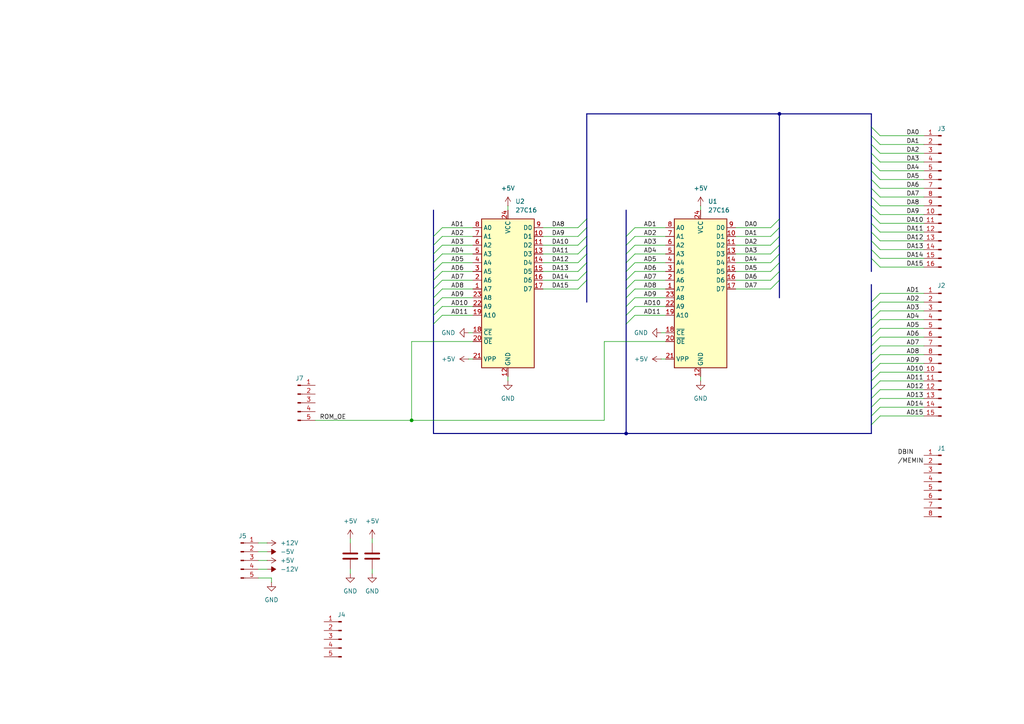
<source format=kicad_sch>
(kicad_sch (version 20250114) (generator "eeschema") (generator_version "9.0")
  (paper "A4")
  (lib_symbols
    (symbol "Connector:Conn_01x05_Pin" (pin_names (offset 1.016) (hide yes))
      (property "Reference" "J" (at 0 7.62 0))
      (property "Value" "Conn_01x05_Pin" (at 0 -7.62 0))
      (symbol "Conn_01x05_Pin_1_1"
        (rectangle (start 0.8636 5.207) (end 0 4.953) (stroke (width 0.1524)) (fill (type outline)))
        (rectangle (start 0.8636 2.667) (end 0 2.413) (stroke (width 0.1524)) (fill (type outline)))
        (rectangle (start 0.8636 0.127) (end 0 -0.127) (stroke (width 0.1524)) (fill (type outline)))
        (rectangle (start 0.8636 -2.413) (end 0 -2.667) (stroke (width 0.1524)) (fill (type outline)))
        (rectangle (start 0.8636 -4.953) (end 0 -5.207) (stroke (width 0.1524)) (fill (type outline)))
        (polyline (pts (xy 1.27 5.08) (xy 0.8636 5.08)) (stroke (width 0.1524)))
        (polyline (pts (xy 1.27 2.54) (xy 0.8636 2.54)) (stroke (width 0.1524)))
        (polyline (pts (xy 1.27 0) (xy 0.8636 0)) (stroke (width 0.1524)))
        (polyline (pts (xy 1.27 -2.54) (xy 0.8636 -2.54)) (stroke (width 0.1524)))
        (polyline (pts (xy 1.27 -5.08) (xy 0.8636 -5.08)) (stroke (width 0.1524)))
        (pin passive line (at 5.08 5.08 180) (length 3.81) (name "Pin_1") (number "1"))
        (pin passive line (at 5.08 2.54 180) (length 3.81) (name "Pin_2") (number "2"))
        (pin passive line (at 5.08 0 180) (length 3.81) (name "Pin_3") (number "3"))
        (pin passive line (at 5.08 -2.54 180) (length 3.81) (name "Pin_4") (number "4"))
        (pin passive line (at 5.08 -5.08 180) (length 3.81) (name "Pin_5") (number "5"))
      )
    )
    (symbol "Connector:Conn_01x08_Pin" (pin_names (offset 1.016) (hide yes))
      (property "Reference" "J" (at 0 10.16 0))
      (property "Value" "Conn_01x08_Pin" (at 0 -12.7 0))
      (symbol "Conn_01x08_Pin_1_1"
        (rectangle (start 0.8636 7.747) (end 0 7.493) (stroke (width 0.1524)) (fill (type outline)))
        (rectangle (start 0.8636 5.207) (end 0 4.953) (stroke (width 0.1524)) (fill (type outline)))
        (rectangle (start 0.8636 2.667) (end 0 2.413) (stroke (width 0.1524)) (fill (type outline)))
        (rectangle (start 0.8636 0.127) (end 0 -0.127) (stroke (width 0.1524)) (fill (type outline)))
        (rectangle (start 0.8636 -2.413) (end 0 -2.667) (stroke (width 0.1524)) (fill (type outline)))
        (rectangle (start 0.8636 -4.953) (end 0 -5.207) (stroke (width 0.1524)) (fill (type outline)))
        (rectangle (start 0.8636 -7.493) (end 0 -7.747) (stroke (width 0.1524)) (fill (type outline)))
        (rectangle (start 0.8636 -10.033) (end 0 -10.287) (stroke (width 0.1524)) (fill (type outline)))
        (polyline (pts (xy 1.27 7.62) (xy 0.8636 7.62)) (stroke (width 0.1524)))
        (polyline (pts (xy 1.27 5.08) (xy 0.8636 5.08)) (stroke (width 0.1524)))
        (polyline (pts (xy 1.27 2.54) (xy 0.8636 2.54)) (stroke (width 0.1524)))
        (polyline (pts (xy 1.27 0) (xy 0.8636 0)) (stroke (width 0.1524)))
        (polyline (pts (xy 1.27 -2.54) (xy 0.8636 -2.54)) (stroke (width 0.1524)))
        (polyline (pts (xy 1.27 -5.08) (xy 0.8636 -5.08)) (stroke (width 0.1524)))
        (polyline (pts (xy 1.27 -7.62) (xy 0.8636 -7.62)) (stroke (width 0.1524)))
        (polyline (pts (xy 1.27 -10.16) (xy 0.8636 -10.16)) (stroke (width 0.1524)))
        (pin passive line (at 5.08 7.62 180) (length 3.81) (name "Pin_1") (number "1"))
        (pin passive line (at 5.08 5.08 180) (length 3.81) (name "Pin_2") (number "2"))
        (pin passive line (at 5.08 2.54 180) (length 3.81) (name "Pin_3") (number "3"))
        (pin passive line (at 5.08 0 180) (length 3.81) (name "Pin_4") (number "4"))
        (pin passive line (at 5.08 -2.54 180) (length 3.81) (name "Pin_5") (number "5"))
        (pin passive line (at 5.08 -5.08 180) (length 3.81) (name "Pin_6") (number "6"))
        (pin passive line (at 5.08 -7.62 180) (length 3.81) (name "Pin_7") (number "7"))
        (pin passive line (at 5.08 -10.16 180) (length 3.81) (name "Pin_8") (number "8"))
      )
    )
    (symbol "Connector:Conn_01x15_Pin" (pin_names (offset 1.016) (hide yes))
      (property "Reference" "J" (at 0 20.32 0))
      (property "Value" "Conn_01x15_Pin" (at 0 -20.32 0))
      (symbol "Conn_01x15_Pin_1_1"
        (rectangle (start 0.8636 17.907) (end 0 17.653) (stroke (width 0.1524)) (fill (type outline)))
        (rectangle (start 0.8636 15.367) (end 0 15.113) (stroke (width 0.1524)) (fill (type outline)))
        (rectangle (start 0.8636 12.827) (end 0 12.573) (stroke (width 0.1524)) (fill (type outline)))
        (rectangle (start 0.8636 10.287) (end 0 10.033) (stroke (width 0.1524)) (fill (type outline)))
        (rectangle (start 0.8636 7.747) (end 0 7.493) (stroke (width 0.1524)) (fill (type outline)))
        (rectangle (start 0.8636 5.207) (end 0 4.953) (stroke (width 0.1524)) (fill (type outline)))
        (rectangle (start 0.8636 2.667) (end 0 2.413) (stroke (width 0.1524)) (fill (type outline)))
        (rectangle (start 0.8636 0.127) (end 0 -0.127) (stroke (width 0.1524)) (fill (type outline)))
        (rectangle (start 0.8636 -2.413) (end 0 -2.667) (stroke (width 0.1524)) (fill (type outline)))
        (rectangle (start 0.8636 -4.953) (end 0 -5.207) (stroke (width 0.1524)) (fill (type outline)))
        (rectangle (start 0.8636 -7.493) (end 0 -7.747) (stroke (width 0.1524)) (fill (type outline)))
        (rectangle (start 0.8636 -10.033) (end 0 -10.287) (stroke (width 0.1524)) (fill (type outline)))
        (rectangle (start 0.8636 -12.573) (end 0 -12.827) (stroke (width 0.1524)) (fill (type outline)))
        (rectangle (start 0.8636 -15.113) (end 0 -15.367) (stroke (width 0.1524)) (fill (type outline)))
        (rectangle (start 0.8636 -17.653) (end 0 -17.907) (stroke (width 0.1524)) (fill (type outline)))
        (polyline (pts (xy 1.27 17.78) (xy 0.8636 17.78)) (stroke (width 0.1524)))
        (polyline (pts (xy 1.27 15.24) (xy 0.8636 15.24)) (stroke (width 0.1524)))
        (polyline (pts (xy 1.27 12.7) (xy 0.8636 12.7)) (stroke (width 0.1524)))
        (polyline (pts (xy 1.27 10.16) (xy 0.8636 10.16)) (stroke (width 0.1524)))
        (polyline (pts (xy 1.27 7.62) (xy 0.8636 7.62)) (stroke (width 0.1524)))
        (polyline (pts (xy 1.27 5.08) (xy 0.8636 5.08)) (stroke (width 0.1524)))
        (polyline (pts (xy 1.27 2.54) (xy 0.8636 2.54)) (stroke (width 0.1524)))
        (polyline (pts (xy 1.27 0) (xy 0.8636 0)) (stroke (width 0.1524)))
        (polyline (pts (xy 1.27 -2.54) (xy 0.8636 -2.54)) (stroke (width 0.1524)))
        (polyline (pts (xy 1.27 -5.08) (xy 0.8636 -5.08)) (stroke (width 0.1524)))
        (polyline (pts (xy 1.27 -7.62) (xy 0.8636 -7.62)) (stroke (width 0.1524)))
        (polyline (pts (xy 1.27 -10.16) (xy 0.8636 -10.16)) (stroke (width 0.1524)))
        (polyline (pts (xy 1.27 -12.7) (xy 0.8636 -12.7)) (stroke (width 0.1524)))
        (polyline (pts (xy 1.27 -15.24) (xy 0.8636 -15.24)) (stroke (width 0.1524)))
        (polyline (pts (xy 1.27 -17.78) (xy 0.8636 -17.78)) (stroke (width 0.1524)))
        (pin passive line (at 5.08 17.78 180) (length 3.81) (name "Pin_1") (number "1"))
        (pin passive line (at 5.08 15.24 180) (length 3.81) (name "Pin_2") (number "2"))
        (pin passive line (at 5.08 12.7 180) (length 3.81) (name "Pin_3") (number "3"))
        (pin passive line (at 5.08 10.16 180) (length 3.81) (name "Pin_4") (number "4"))
        (pin passive line (at 5.08 7.62 180) (length 3.81) (name "Pin_5") (number "5"))
        (pin passive line (at 5.08 5.08 180) (length 3.81) (name "Pin_6") (number "6"))
        (pin passive line (at 5.08 2.54 180) (length 3.81) (name "Pin_7") (number "7"))
        (pin passive line (at 5.08 0 180) (length 3.81) (name "Pin_8") (number "8"))
        (pin passive line (at 5.08 -2.54 180) (length 3.81) (name "Pin_9") (number "9"))
        (pin passive line (at 5.08 -5.08 180) (length 3.81) (name "Pin_10") (number "10"))
        (pin passive line (at 5.08 -7.62 180) (length 3.81) (name "Pin_11") (number "11"))
        (pin passive line (at 5.08 -10.16 180) (length 3.81) (name "Pin_12") (number "12"))
        (pin passive line (at 5.08 -12.7 180) (length 3.81) (name "Pin_13") (number "13"))
        (pin passive line (at 5.08 -15.24 180) (length 3.81) (name "Pin_14") (number "14"))
        (pin passive line (at 5.08 -17.78 180) (length 3.81) (name "Pin_15") (number "15"))
      )
    )
    (symbol "Connector:Conn_01x16_Pin" (pin_names (offset 1.016) (hide yes))
      (property "Reference" "J" (at 0 20.32 0))
      (property "Value" "Conn_01x16_Pin" (at 0 -22.86 0))
      (symbol "Conn_01x16_Pin_1_1"
        (rectangle (start 0.8636 17.907) (end 0 17.653) (stroke (width 0.1524)) (fill (type outline)))
        (rectangle (start 0.8636 15.367) (end 0 15.113) (stroke (width 0.1524)) (fill (type outline)))
        (rectangle (start 0.8636 12.827) (end 0 12.573) (stroke (width 0.1524)) (fill (type outline)))
        (rectangle (start 0.8636 10.287) (end 0 10.033) (stroke (width 0.1524)) (fill (type outline)))
        (rectangle (start 0.8636 7.747) (end 0 7.493) (stroke (width 0.1524)) (fill (type outline)))
        (rectangle (start 0.8636 5.207) (end 0 4.953) (stroke (width 0.1524)) (fill (type outline)))
        (rectangle (start 0.8636 2.667) (end 0 2.413) (stroke (width 0.1524)) (fill (type outline)))
        (rectangle (start 0.8636 0.127) (end 0 -0.127) (stroke (width 0.1524)) (fill (type outline)))
        (rectangle (start 0.8636 -2.413) (end 0 -2.667) (stroke (width 0.1524)) (fill (type outline)))
        (rectangle (start 0.8636 -4.953) (end 0 -5.207) (stroke (width 0.1524)) (fill (type outline)))
        (rectangle (start 0.8636 -7.493) (end 0 -7.747) (stroke (width 0.1524)) (fill (type outline)))
        (rectangle (start 0.8636 -10.033) (end 0 -10.287) (stroke (width 0.1524)) (fill (type outline)))
        (rectangle (start 0.8636 -12.573) (end 0 -12.827) (stroke (width 0.1524)) (fill (type outline)))
        (rectangle (start 0.8636 -15.113) (end 0 -15.367) (stroke (width 0.1524)) (fill (type outline)))
        (rectangle (start 0.8636 -17.653) (end 0 -17.907) (stroke (width 0.1524)) (fill (type outline)))
        (rectangle (start 0.8636 -20.193) (end 0 -20.447) (stroke (width 0.1524)) (fill (type outline)))
        (polyline (pts (xy 1.27 17.78) (xy 0.8636 17.78)) (stroke (width 0.1524)))
        (polyline (pts (xy 1.27 15.24) (xy 0.8636 15.24)) (stroke (width 0.1524)))
        (polyline (pts (xy 1.27 12.7) (xy 0.8636 12.7)) (stroke (width 0.1524)))
        (polyline (pts (xy 1.27 10.16) (xy 0.8636 10.16)) (stroke (width 0.1524)))
        (polyline (pts (xy 1.27 7.62) (xy 0.8636 7.62)) (stroke (width 0.1524)))
        (polyline (pts (xy 1.27 5.08) (xy 0.8636 5.08)) (stroke (width 0.1524)))
        (polyline (pts (xy 1.27 2.54) (xy 0.8636 2.54)) (stroke (width 0.1524)))
        (polyline (pts (xy 1.27 0) (xy 0.8636 0)) (stroke (width 0.1524)))
        (polyline (pts (xy 1.27 -2.54) (xy 0.8636 -2.54)) (stroke (width 0.1524)))
        (polyline (pts (xy 1.27 -5.08) (xy 0.8636 -5.08)) (stroke (width 0.1524)))
        (polyline (pts (xy 1.27 -7.62) (xy 0.8636 -7.62)) (stroke (width 0.1524)))
        (polyline (pts (xy 1.27 -10.16) (xy 0.8636 -10.16)) (stroke (width 0.1524)))
        (polyline (pts (xy 1.27 -12.7) (xy 0.8636 -12.7)) (stroke (width 0.1524)))
        (polyline (pts (xy 1.27 -15.24) (xy 0.8636 -15.24)) (stroke (width 0.1524)))
        (polyline (pts (xy 1.27 -17.78) (xy 0.8636 -17.78)) (stroke (width 0.1524)))
        (polyline (pts (xy 1.27 -20.32) (xy 0.8636 -20.32)) (stroke (width 0.1524)))
        (pin passive line (at 5.08 17.78 180) (length 3.81) (name "Pin_1") (number "1"))
        (pin passive line (at 5.08 15.24 180) (length 3.81) (name "Pin_2") (number "2"))
        (pin passive line (at 5.08 12.7 180) (length 3.81) (name "Pin_3") (number "3"))
        (pin passive line (at 5.08 10.16 180) (length 3.81) (name "Pin_4") (number "4"))
        (pin passive line (at 5.08 7.62 180) (length 3.81) (name "Pin_5") (number "5"))
        (pin passive line (at 5.08 5.08 180) (length 3.81) (name "Pin_6") (number "6"))
        (pin passive line (at 5.08 2.54 180) (length 3.81) (name "Pin_7") (number "7"))
        (pin passive line (at 5.08 0 180) (length 3.81) (name "Pin_8") (number "8"))
        (pin passive line (at 5.08 -2.54 180) (length 3.81) (name "Pin_9") (number "9"))
        (pin passive line (at 5.08 -5.08 180) (length 3.81) (name "Pin_10") (number "10"))
        (pin passive line (at 5.08 -7.62 180) (length 3.81) (name "Pin_11") (number "11"))
        (pin passive line (at 5.08 -10.16 180) (length 3.81) (name "Pin_12") (number "12"))
        (pin passive line (at 5.08 -12.7 180) (length 3.81) (name "Pin_13") (number "13"))
        (pin passive line (at 5.08 -15.24 180) (length 3.81) (name "Pin_14") (number "14"))
        (pin passive line (at 5.08 -17.78 180) (length 3.81) (name "Pin_15") (number "15"))
        (pin passive line (at 5.08 -20.32 180) (length 3.81) (name "Pin_16") (number "16"))
      )
    )
    (symbol "Device:C" (pin_numbers (hide yes)) (pin_names (offset 0.254))
      (property "Reference" "C" (at 0.635 2.54 0))
      (property "Value" "C" (at 0.635 -2.54 0))
      (symbol "C_0_1"
        (polyline (pts (xy -2.032 0.762) (xy 2.032 0.762)) (stroke (width 0.508)))
        (polyline (pts (xy -2.032 -0.762) (xy 2.032 -0.762)) (stroke (width 0.508)))
      )
      (symbol "C_1_1"
        (pin passive line (at 0 3.81 270) (length 2.794) (name "~") (number "1"))
        (pin passive line (at 0 -3.81 90) (length 2.794) (name "~") (number "2"))
      )
    )
    (symbol "User:27C16"
      (property "Reference" "U" (at -7.62 24.13 0))
      (property "Value" "27C16" (at 2.032 -21.59 0))
      (symbol "27C16_1_1"
        (rectangle (start -7.62 22.86) (end 7.62 -20.32) (stroke (width 0.254)) (fill (type background)))
        (pin input line (at -10.16 20.32 0) (length 2.54) (name "A0") (number "8"))
        (pin input line (at -10.16 17.78 0) (length 2.54) (name "A1") (number "7"))
        (pin input line (at -10.16 15.24 0) (length 2.54) (name "A2") (number "6"))
        (pin input line (at -10.16 12.7 0) (length 2.54) (name "A3") (number "5"))
        (pin input line (at -10.16 10.16 0) (length 2.54) (name "A4") (number "4"))
        (pin input line (at -10.16 7.62 0) (length 2.54) (name "A5") (number "3"))
        (pin input line (at -10.16 5.08 0) (length 2.54) (name "A6") (number "2"))
        (pin input line (at -10.16 2.54 0) (length 2.54) (name "A7") (number "1"))
        (pin input line (at -10.16 0 0) (length 2.54) (name "A8") (number "23"))
        (pin input line (at -10.16 -2.54 0) (length 2.54) (name "A9") (number "22"))
        (pin input line (at -10.16 -5.08 0) (length 2.54) (name "A10") (number "19"))
        (pin input line (at -10.16 -10.16 0) (length 2.54) (name "~{CE}") (number "18"))
        (pin input line (at -10.16 -12.7 0) (length 2.54) (name "~{OE}") (number "20"))
        (pin input line (at -10.16 -17.78 0) (length 2.54) (name "VPP") (number "21"))
        (pin power_in line (at 0 25.4 270) (length 2.54) (name "VCC") (number "24"))
        (pin input line (at 0 -22.86 90) (length 2.54) (name "GND") (number "12"))
        (pin output line (at 10.16 20.32 180) (length 2.54) (name "D0") (number "9"))
        (pin output line (at 10.16 17.78 180) (length 2.54) (name "D1") (number "10"))
        (pin output line (at 10.16 15.24 180) (length 2.54) (name "D2") (number "11"))
        (pin output line (at 10.16 12.7 180) (length 2.54) (name "D3") (number "13"))
        (pin output line (at 10.16 10.16 180) (length 2.54) (name "D4") (number "14"))
        (pin output line (at 10.16 7.62 180) (length 2.54) (name "D5") (number "15"))
        (pin output line (at 10.16 5.08 180) (length 2.54) (name "D6") (number "16"))
        (pin output line (at 10.16 2.54 180) (length 2.54) (name "D7") (number "17"))
      )
    )
    (symbol "power:+12V" (power) (pin_numbers (hide yes)) (pin_names (offset 0) (hide yes))
      (property "Value" "+12V" (at 0 3.556 0))
      (symbol "+12V_0_1"
        (polyline (pts (xy -0.762 1.27) (xy 0 2.54)))
        (polyline (pts (xy 0 2.54) (xy 0.762 1.27)))
        (polyline (pts (xy 0 0) (xy 0 2.54)))
      )
      (symbol "+12V_1_1"
        (pin power_in line (at 0 0 90) (length 0) (name "~") (number "1"))
      )
    )
    (symbol "power:+5V" (power) (pin_numbers (hide yes)) (pin_names (offset 0) (hide yes))
      (property "Value" "+5V" (at 0 3.556 0))
      (symbol "+5V_0_1"
        (polyline (pts (xy -0.762 1.27) (xy 0 2.54)))
        (polyline (pts (xy 0 2.54) (xy 0.762 1.27)))
        (polyline (pts (xy 0 0) (xy 0 2.54)))
      )
      (symbol "+5V_1_1"
        (pin power_in line (at 0 0 90) (length 0) (name "~") (number "1"))
      )
    )
    (symbol "power:-12V" (power) (pin_numbers (hide yes)) (pin_names (offset 0) (hide yes))
      (property "Value" "-12V" (at 0 3.556 0))
      (symbol "-12V_0_0"
        (pin power_in line (at 0 0 90) (length 0) (name "~") (number "1"))
      )
      (symbol "-12V_0_1"
        (polyline (pts (xy 0 0) (xy 0 1.27) (xy 0.762 1.27) (xy 0 2.54) (xy -0.762 1.27) (xy 0 1.27)) (fill (type outline)))
      )
    )
    (symbol "power:-5V" (power) (pin_numbers (hide yes)) (pin_names (offset 0) (hide yes))
      (property "Value" "-5V" (at 0 3.556 0))
      (symbol "-5V_0_0"
        (pin power_in line (at 0 0 90) (length 0) (name "~") (number "1"))
      )
      (symbol "-5V_0_1"
        (polyline (pts (xy 0 0) (xy 0 1.27) (xy 0.762 1.27) (xy 0 2.54) (xy -0.762 1.27) (xy 0 1.27)) (fill (type outline)))
      )
    )
    (symbol "power:GND" (power) (pin_numbers (hide yes)) (pin_names (offset 0) (hide yes))
      (property "Value" "GND" (at 0 -3.81 0))
      (symbol "GND_0_1"
        (polyline (pts (xy 0 0) (xy 0 -1.27) (xy 1.27 -1.27) (xy 0 -2.54) (xy -1.27 -1.27) (xy 0 -1.27)))
      )
      (symbol "GND_1_1"
        (pin power_in line (at 0 0 270) (length 0) (name "~") (number "1"))
      )
    )
  )
  (junction (at 226.06 33.02))
  (junction (at 119.38 121.92))
  (junction (at 181.61 125.73))
  (bus_entry (at 252.73 59.69) (size 2.54 2.54))
  (bus_entry (at 184.15 73.66) (size -2.54 2.54))
  (bus_entry (at 223.52 73.66) (size 2.54 -2.54))
  (bus_entry (at 128.27 78.74) (size -2.54 2.54))
  (bus_entry (at 167.64 66.04) (size 2.54 -2.54))
  (bus_entry (at 184.15 76.2) (size -2.54 2.54))
  (bus_entry (at 252.73 123.19) (size 2.54 -2.54))
  (bus_entry (at 184.15 86.36) (size -2.54 2.54))
  (bus_entry (at 128.27 68.58) (size -2.54 2.54))
  (bus_entry (at 252.73 52.07) (size 2.54 2.54))
  (bus_entry (at 223.52 71.12) (size 2.54 -2.54))
  (bus_entry (at 252.73 36.83) (size 2.54 2.54))
  (bus_entry (at 184.15 66.04) (size -2.54 2.54))
  (bus_entry (at 128.27 76.2) (size -2.54 2.54))
  (bus_entry (at 128.27 88.9) (size -2.54 2.54))
  (bus_entry (at 252.73 118.11) (size 2.54 -2.54))
  (bus_entry (at 252.73 39.37) (size 2.54 2.54))
  (bus_entry (at 252.73 69.85) (size 2.54 2.54))
  (bus_entry (at 167.64 73.66) (size 2.54 -2.54))
  (bus_entry (at 252.73 113.03) (size 2.54 -2.54))
  (bus_entry (at 252.73 105.41) (size 2.54 -2.54))
  (bus_entry (at 184.15 88.9) (size -2.54 2.54))
  (bus_entry (at 252.73 107.95) (size 2.54 -2.54))
  (bus_entry (at 184.15 91.44) (size -2.54 2.54))
  (bus_entry (at 252.73 115.57) (size 2.54 -2.54))
  (bus_entry (at 184.15 81.28) (size -2.54 2.54))
  (bus_entry (at 167.64 78.74) (size 2.54 -2.54))
  (bus_entry (at 252.73 120.65) (size 2.54 -2.54))
  (bus_entry (at 223.52 78.74) (size 2.54 -2.54))
  (bus_entry (at 252.73 57.15) (size 2.54 2.54))
  (bus_entry (at 167.64 68.58) (size 2.54 -2.54))
  (bus_entry (at 223.52 66.04) (size 2.54 -2.54))
  (bus_entry (at 252.73 97.79) (size 2.54 -2.54))
  (bus_entry (at 128.27 73.66) (size -2.54 2.54))
  (bus_entry (at 252.73 72.39) (size 2.54 2.54))
  (bus_entry (at 252.73 67.31) (size 2.54 2.54))
  (bus_entry (at 252.73 62.23) (size 2.54 2.54))
  (bus_entry (at 252.73 100.33) (size 2.54 -2.54))
  (bus_entry (at 252.73 87.63) (size 2.54 -2.54))
  (bus_entry (at 128.27 71.12) (size -2.54 2.54))
  (bus_entry (at 252.73 44.45) (size 2.54 2.54))
  (bus_entry (at 252.73 110.49) (size 2.54 -2.54))
  (bus_entry (at 184.15 68.58) (size -2.54 2.54))
  (bus_entry (at 252.73 95.25) (size 2.54 -2.54))
  (bus_entry (at 252.73 92.71) (size 2.54 -2.54))
  (bus_entry (at 252.73 49.53) (size 2.54 2.54))
  (bus_entry (at 167.64 81.28) (size 2.54 -2.54))
  (bus_entry (at 167.64 76.2) (size 2.54 -2.54))
  (bus_entry (at 128.27 86.36) (size -2.54 2.54))
  (bus_entry (at 128.27 66.04) (size -2.54 2.54))
  (bus_entry (at 184.15 78.74) (size -2.54 2.54))
  (bus_entry (at 223.52 76.2) (size 2.54 -2.54))
  (bus_entry (at 252.73 46.99) (size 2.54 2.54))
  (bus_entry (at 128.27 83.82) (size -2.54 2.54))
  (bus_entry (at 184.15 83.82) (size -2.54 2.54))
  (bus_entry (at 223.52 81.28) (size 2.54 -2.54))
  (bus_entry (at 252.73 74.93) (size 2.54 2.54))
  (bus_entry (at 252.73 54.61) (size 2.54 2.54))
  (bus_entry (at 128.27 81.28) (size -2.54 2.54))
  (bus_entry (at 252.73 64.77) (size 2.54 2.54))
  (bus_entry (at 252.73 102.87) (size 2.54 -2.54))
  (bus_entry (at 223.52 68.58) (size 2.54 -2.54))
  (bus_entry (at 167.64 71.12) (size 2.54 -2.54))
  (bus_entry (at 128.27 91.44) (size -2.54 2.54))
  (bus_entry (at 184.15 71.12) (size -2.54 2.54))
  (bus_entry (at 252.73 90.17) (size 2.54 -2.54))
  (bus_entry (at 223.52 83.82) (size 2.54 -2.54))
  (bus_entry (at 167.64 83.82) (size 2.54 -2.54))
  (bus_entry (at 252.73 41.91) (size 2.54 2.54))
  (wire (pts (xy 184.15 66.04) (xy 193.04 66.04)))
  (wire (pts (xy 184.15 83.82) (xy 193.04 83.82)))
  (bus (pts (xy 181.61 76.2) (xy 181.61 78.74)))
  (bus (pts (xy 181.61 68.58) (xy 181.61 71.12)))
  (wire (pts (xy 255.27 74.93) (xy 267.97 74.93)))
  (bus (pts (xy 170.18 73.66) (xy 170.18 76.2)))
  (bus (pts (xy 252.73 39.37) (xy 252.73 36.83)))
  (bus (pts (xy 252.73 74.93) (xy 252.73 72.39)))
  (bus (pts (xy 252.73 102.87) (xy 252.73 105.41)))
  (bus (pts (xy 125.73 71.12) (xy 125.73 73.66)))
  (bus (pts (xy 226.06 81.28) (xy 226.06 86.36)))
  (wire (pts (xy 184.15 71.12) (xy 193.04 71.12)))
  (wire (pts (xy 157.48 78.74) (xy 167.64 78.74)))
  (wire (pts (xy 184.15 68.58) (xy 193.04 68.58)))
  (wire (pts (xy 157.48 73.66) (xy 167.64 73.66)))
  (wire (pts (xy 184.15 78.74) (xy 193.04 78.74)))
  (wire (pts (xy 184.15 91.44) (xy 193.04 91.44)))
  (bus (pts (xy 170.18 63.5) (xy 170.18 66.04)))
  (bus (pts (xy 226.06 63.5) (xy 226.06 66.04)))
  (bus (pts (xy 125.73 125.73) (xy 181.61 125.73)))
  (wire (pts (xy 137.16 99.06) (xy 119.38 99.06)))
  (wire (pts (xy 74.93 162.56) (xy 77.47 162.56)))
  (bus (pts (xy 226.06 73.66) (xy 226.06 76.2)))
  (bus (pts (xy 181.61 73.66) (xy 181.61 76.2)))
  (bus (pts (xy 252.73 95.25) (xy 252.73 97.79)))
  (wire (pts (xy 255.27 59.69) (xy 267.97 59.69)))
  (wire (pts (xy 101.6 165.1) (xy 101.6 166.37)))
  (wire (pts (xy 128.27 86.36) (xy 137.16 86.36)))
  (wire (pts (xy 119.38 99.06) (xy 119.38 121.92)))
  (bus (pts (xy 181.61 88.9) (xy 181.61 91.44)))
  (bus (pts (xy 125.73 88.9) (xy 125.73 91.44)))
  (bus (pts (xy 252.73 57.15) (xy 252.73 54.61)))
  (wire (pts (xy 255.27 46.99) (xy 267.97 46.99)))
  (bus (pts (xy 252.73 72.39) (xy 252.73 69.85)))
  (bus (pts (xy 226.06 33.02) (xy 252.73 33.02)))
  (wire (pts (xy 91.44 121.92) (xy 119.38 121.92)))
  (bus (pts (xy 252.73 44.45) (xy 252.73 41.91)))
  (bus (pts (xy 181.61 60.96) (xy 181.61 68.58)))
  (bus (pts (xy 252.73 110.49) (xy 252.73 113.03)))
  (bus (pts (xy 226.06 71.12) (xy 226.06 73.66)))
  (wire (pts (xy 203.2 59.69) (xy 203.2 60.96)))
  (bus (pts (xy 252.73 54.61) (xy 252.73 52.07)))
  (wire (pts (xy 255.27 77.47) (xy 267.97 77.47)))
  (wire (pts (xy 74.93 157.48) (xy 77.47 157.48)))
  (wire (pts (xy 128.27 73.66) (xy 137.16 73.66)))
  (wire (pts (xy 255.27 41.91) (xy 267.97 41.91)))
  (bus (pts (xy 252.73 115.57) (xy 252.73 118.11)))
  (wire (pts (xy 213.36 66.04) (xy 223.52 66.04)))
  (wire (pts (xy 255.27 115.57) (xy 267.97 115.57)))
  (wire (pts (xy 184.15 86.36) (xy 193.04 86.36)))
  (bus (pts (xy 181.61 86.36) (xy 181.61 88.9)))
  (wire (pts (xy 184.15 73.66) (xy 193.04 73.66)))
  (bus (pts (xy 252.73 100.33) (xy 252.73 102.87)))
  (wire (pts (xy 74.93 160.02) (xy 77.47 160.02)))
  (wire (pts (xy 255.27 49.53) (xy 267.97 49.53)))
  (wire (pts (xy 213.36 68.58) (xy 223.52 68.58)))
  (wire (pts (xy 74.93 165.1) (xy 77.47 165.1)))
  (bus (pts (xy 181.61 81.28) (xy 181.61 83.82)))
  (bus (pts (xy 252.73 90.17) (xy 252.73 92.71)))
  (bus (pts (xy 125.73 73.66) (xy 125.73 76.2)))
  (bus (pts (xy 181.61 83.82) (xy 181.61 86.36)))
  (bus (pts (xy 181.61 71.12) (xy 181.61 73.66)))
  (bus (pts (xy 252.73 123.19) (xy 252.73 125.73)))
  (wire (pts (xy 213.36 83.82) (xy 223.52 83.82)))
  (bus (pts (xy 125.73 60.96) (xy 125.73 68.58)))
  (wire (pts (xy 213.36 78.74) (xy 223.52 78.74)))
  (bus (pts (xy 170.18 76.2) (xy 170.18 78.74)))
  (wire (pts (xy 147.32 59.69) (xy 147.32 60.96)))
  (wire (pts (xy 255.27 72.39) (xy 267.97 72.39)))
  (wire (pts (xy 255.27 39.37) (xy 267.97 39.37)))
  (bus (pts (xy 226.06 76.2) (xy 226.06 78.74)))
  (bus (pts (xy 252.73 64.77) (xy 252.73 62.23)))
  (wire (pts (xy 255.27 102.87) (xy 267.97 102.87)))
  (wire (pts (xy 157.48 76.2) (xy 167.64 76.2)))
  (wire (pts (xy 203.2 109.22) (xy 203.2 110.49)))
  (bus (pts (xy 125.73 68.58) (xy 125.73 71.12)))
  (bus (pts (xy 252.73 78.74) (xy 252.73 74.93)))
  (wire (pts (xy 255.27 69.85) (xy 267.97 69.85)))
  (bus (pts (xy 226.06 33.02) (xy 226.06 63.5)))
  (bus (pts (xy 181.61 93.98) (xy 181.61 125.73)))
  (wire (pts (xy 255.27 62.23) (xy 267.97 62.23)))
  (wire (pts (xy 184.15 76.2) (xy 193.04 76.2)))
  (bus (pts (xy 252.73 67.31) (xy 252.73 64.77)))
  (wire (pts (xy 157.48 81.28) (xy 167.64 81.28)))
  (wire (pts (xy 255.27 85.09) (xy 267.97 85.09)))
  (wire (pts (xy 107.95 165.1) (xy 107.95 166.37)))
  (wire (pts (xy 101.6 156.21) (xy 101.6 157.48)))
  (wire (pts (xy 128.27 66.04) (xy 137.16 66.04)))
  (bus (pts (xy 252.73 97.79) (xy 252.73 100.33)))
  (bus (pts (xy 226.06 66.04) (xy 226.06 68.58)))
  (bus (pts (xy 252.73 82.55) (xy 252.73 87.63)))
  (wire (pts (xy 107.95 156.21) (xy 107.95 157.48)))
  (bus (pts (xy 252.73 107.95) (xy 252.73 110.49)))
  (wire (pts (xy 255.27 44.45) (xy 267.97 44.45)))
  (wire (pts (xy 128.27 78.74) (xy 137.16 78.74)))
  (bus (pts (xy 125.73 81.28) (xy 125.73 83.82)))
  (wire (pts (xy 255.27 64.77) (xy 267.97 64.77)))
  (wire (pts (xy 128.27 68.58) (xy 137.16 68.58)))
  (bus (pts (xy 252.73 69.85) (xy 252.73 67.31)))
  (wire (pts (xy 157.48 66.04) (xy 167.64 66.04)))
  (bus (pts (xy 125.73 83.82) (xy 125.73 86.36)))
  (bus (pts (xy 170.18 33.02) (xy 170.18 63.5)))
  (bus (pts (xy 170.18 81.28) (xy 170.18 87.63)))
  (wire (pts (xy 128.27 91.44) (xy 137.16 91.44)))
  (bus (pts (xy 125.73 91.44) (xy 125.73 93.98)))
  (wire (pts (xy 255.27 95.25) (xy 267.97 95.25)))
  (wire (pts (xy 255.27 97.79) (xy 267.97 97.79)))
  (wire (pts (xy 255.27 113.03) (xy 267.97 113.03)))
  (bus (pts (xy 252.73 118.11) (xy 252.73 120.65)))
  (wire (pts (xy 135.89 96.52) (xy 137.16 96.52)))
  (bus (pts (xy 170.18 33.02) (xy 226.06 33.02)))
  (bus (pts (xy 226.06 78.74) (xy 226.06 81.28)))
  (wire (pts (xy 255.27 107.95) (xy 267.97 107.95)))
  (bus (pts (xy 125.73 93.98) (xy 125.73 125.73)))
  (bus (pts (xy 252.73 36.83) (xy 252.73 33.02)))
  (wire (pts (xy 213.36 76.2) (xy 223.52 76.2)))
  (wire (pts (xy 78.74 168.91) (xy 78.74 167.64)))
  (wire (pts (xy 135.89 104.14) (xy 137.16 104.14)))
  (bus (pts (xy 252.73 59.69) (xy 252.73 57.15)))
  (bus (pts (xy 226.06 68.58) (xy 226.06 71.12)))
  (wire (pts (xy 213.36 71.12) (xy 223.52 71.12)))
  (bus (pts (xy 252.73 87.63) (xy 252.73 90.17)))
  (wire (pts (xy 119.38 121.92) (xy 175.26 121.92)))
  (wire (pts (xy 128.27 81.28) (xy 137.16 81.28)))
  (wire (pts (xy 184.15 81.28) (xy 193.04 81.28)))
  (wire (pts (xy 128.27 88.9) (xy 137.16 88.9)))
  (bus (pts (xy 170.18 66.04) (xy 170.18 68.58)))
  (bus (pts (xy 125.73 78.74) (xy 125.73 81.28)))
  (bus (pts (xy 252.73 105.41) (xy 252.73 107.95)))
  (bus (pts (xy 252.73 49.53) (xy 252.73 46.99)))
  (wire (pts (xy 213.36 81.28) (xy 223.52 81.28)))
  (bus (pts (xy 170.18 78.74) (xy 170.18 81.28)))
  (wire (pts (xy 255.27 120.65) (xy 267.97 120.65)))
  (wire (pts (xy 157.48 83.82) (xy 167.64 83.82)))
  (wire (pts (xy 255.27 100.33) (xy 267.97 100.33)))
  (wire (pts (xy 255.27 118.11) (xy 267.97 118.11)))
  (wire (pts (xy 255.27 110.49) (xy 267.97 110.49)))
  (bus (pts (xy 181.61 78.74) (xy 181.61 81.28)))
  (wire (pts (xy 191.77 96.52) (xy 193.04 96.52)))
  (bus (pts (xy 125.73 86.36) (xy 125.73 88.9)))
  (bus (pts (xy 252.73 113.03) (xy 252.73 115.57)))
  (bus (pts (xy 252.73 41.91) (xy 252.73 39.37)))
  (bus (pts (xy 181.61 125.73) (xy 252.73 125.73)))
  (wire (pts (xy 128.27 71.12) (xy 137.16 71.12)))
  (wire (pts (xy 157.48 71.12) (xy 167.64 71.12)))
  (wire (pts (xy 78.74 167.64) (xy 74.93 167.64)))
  (wire (pts (xy 147.32 109.22) (xy 147.32 110.49)))
  (wire (pts (xy 191.77 104.14) (xy 193.04 104.14)))
  (wire (pts (xy 175.26 121.92) (xy 175.26 99.06)))
  (wire (pts (xy 213.36 73.66) (xy 223.52 73.66)))
  (bus (pts (xy 252.73 92.71) (xy 252.73 95.25)))
  (wire (pts (xy 128.27 83.82) (xy 137.16 83.82)))
  (bus (pts (xy 252.73 62.23) (xy 252.73 59.69)))
  (wire (pts (xy 255.27 90.17) (xy 267.97 90.17)))
  (wire (pts (xy 255.27 67.31) (xy 267.97 67.31)))
  (wire (pts (xy 255.27 52.07) (xy 267.97 52.07)))
  (wire (pts (xy 157.48 68.58) (xy 167.64 68.58)))
  (wire (pts (xy 255.27 54.61) (xy 267.97 54.61)))
  (wire (pts (xy 255.27 87.63) (xy 267.97 87.63)))
  (wire (pts (xy 255.27 57.15) (xy 267.97 57.15)))
  (bus (pts (xy 252.73 120.65) (xy 252.73 123.19)))
  (bus (pts (xy 181.61 91.44) (xy 181.61 93.98)))
  (bus (pts (xy 252.73 52.07) (xy 252.73 49.53)))
  (bus (pts (xy 252.73 46.99) (xy 252.73 44.45)))
  (wire (pts (xy 255.27 105.41) (xy 267.97 105.41)))
  (wire (pts (xy 255.27 92.71) (xy 267.97 92.71)))
  (wire (pts (xy 184.15 88.9) (xy 193.04 88.9)))
  (wire (pts (xy 175.26 99.06) (xy 193.04 99.06)))
  (bus (pts (xy 170.18 68.58) (xy 170.18 71.12)))
  (bus (pts (xy 125.73 76.2) (xy 125.73 78.74)))
  (bus (pts (xy 170.18 71.12) (xy 170.18 73.66)))
  (wire (pts (xy 128.27 76.2) (xy 137.16 76.2)))
  (label "AD7" (at 186.69 81.28 0))
  (label "AD7" (at 130.81 81.28 0))
  (label "AD13" (at 262.89 115.57 0))
  (label "AD10" (at 262.89 107.95 0))
  (label "DA14" (at 262.89 74.93 0))
  (label "AD4" (at 262.89 92.71 0))
  (label "DA10" (at 262.89 64.77 0))
  (label "AD6" (at 186.69 78.74 0))
  (label "AD2" (at 186.69 68.58 0))
  (label "DA12" (at 262.89 69.85 0))
  (label "DA5" (at 215.9 78.74 0))
  (label "AD1" (at 130.81 66.04 0))
  (label "AD8" (at 130.81 83.82 0))
  (label "AD3" (at 130.81 71.12 0))
  (label "AD6" (at 262.89 97.79 0))
  (label "AD5" (at 130.81 76.2 0))
  (label "AD9" (at 130.81 86.36 0))
  (label "DA7" (at 262.89 57.15 0))
  (label "AD11" (at 130.81 91.44 0))
  (label "AD4" (at 186.69 73.66 0))
  (label "AD2" (at 130.81 68.58 0))
  (label "AD1" (at 186.69 66.04 0))
  (label "DA3" (at 215.9 73.66 0))
  (label "DA0" (at 215.9 66.04 0))
  (label "DA1" (at 215.9 68.58 0))
  (label "AD9" (at 186.69 86.36 0))
  (label "DA15" (at 262.89 77.47 0))
  (label "DA4" (at 262.89 49.53 0))
  (label "DA2" (at 262.89 44.45 0))
  (label "DA4" (at 215.9 76.2 0))
  (label "AD3" (at 262.89 90.17 0))
  (label "AD11" (at 262.89 110.49 0))
  (label "{slash}MEMIN" (at 260.35 134.62 0))
  (label "DA11" (at 160.02 73.66 0))
  (label "DA8" (at 160.02 66.04 0))
  (label "AD14" (at 262.89 118.11 0))
  (label "AD6" (at 130.81 78.74 0))
  (label "AD12" (at 262.89 113.03 0))
  (label "DA0" (at 262.89 39.37 0))
  (label "AD1" (at 262.89 85.09 0))
  (label "AD8" (at 262.89 102.87 0))
  (label "DA15" (at 160.02 83.82 0))
  (label "DA5" (at 262.89 52.07 0))
  (label "AD10" (at 130.81 88.9 0))
  (label "DA11" (at 262.89 67.31 0))
  (label "DA13" (at 160.02 78.74 0))
  (label "AD5" (at 186.69 76.2 0))
  (label "DA9" (at 160.02 68.58 0))
  (label "AD15" (at 262.89 120.65 0))
  (label "DA14" (at 160.02 81.28 0))
  (label "DA7" (at 215.9 83.82 0))
  (label "AD9" (at 262.89 105.41 0))
  (label "DA13" (at 262.89 72.39 0))
  (label "ROM_OE" (at 92.71 121.92 0))
  (label "DA6" (at 215.9 81.28 0))
  (label "DA1" (at 262.89 41.91 0))
  (label "AD3" (at 186.69 71.12 0))
  (label "AD10" (at 186.69 88.9 0))
  (label "DA12" (at 160.02 76.2 0))
  (label "DA8" (at 262.89 59.69 0))
  (label "DA3" (at 262.89 46.99 0))
  (label "DA6" (at 262.89 54.61 0))
  (label "AD8" (at 186.69 83.82 0))
  (label "AD5" (at 262.89 95.25 0))
  (label "DA10" (at 160.02 71.12 0))
  (label "AD11" (at 186.69 91.44 0))
  (label "AD2" (at 262.89 87.63 0))
  (label "DA2" (at 215.9 71.12 0))
  (label "AD7" (at 262.89 100.33 0))
  (label "DBIN" (at 260.35 132.08 0))
  (label "AD4" (at 130.81 73.66 0))
  (label "DA9" (at 262.89 62.23 0))
  (symbol (lib_id "Connector:Conn_01x15_Pin") (at 273.05 102.87 0) (mirror y) (unit 1)
    (property "Reference" "J2" (at 273.05 82.804 0))
    (property "Value" "Conn_01x15_Pin" (effects (hide yes)))
    (property "Footprint" "Connector_PinHeader_2.54mm:PinHeader_1x15_P2.54mm_Vertical" (effects (hide yes)))
    (property "Description" "Generic connector, single row, 01x15, script generated" (effects (hide yes)))
  )
  (symbol (lib_id "power:GND") (at 135.89 96.52 270) (unit 1)
    (property "Reference" "#PWR018" (effects (hide yes)))
    (property "Value" "GND" (at 132.08 96.5199 90) (effects (justify right)))
    (property "Description" "Power symbol creates a global label with name \"GND\" , ground" (effects (hide yes)))
  )
  (symbol (lib_id "power:+5V") (at 147.32 59.69 0) (unit 1)
    (property "Reference" "#PWR029" (effects (hide yes)))
    (property "Value" "+5V" (at 147.32 54.61 0))
    (property "Description" "Power symbol creates a global label with name \"+5V\"" (effects (hide yes)))
  )
  (symbol (lib_id "Connector:Conn_01x05_Pin") (at 99.06 185.42 0) (mirror y) (unit 1)
    (property "Reference" "J4" (at 99.06 178.308 0))
    (property "Value" "Conn_01x05_Pin" (effects (hide yes)))
    (property "Footprint" "Connector_PinHeader_2.54mm:PinHeader_1x05_P2.54mm_Vertical" (effects (hide yes)))
    (property "Description" "Generic connector, single row, 01x05, script generated" (effects (hide yes)))
  )
  (symbol (lib_id "power:+12V") (at 77.47 157.48 270) (unit 1)
    (property "Reference" "#PWR08" (effects (hide yes)))
    (property "Value" "+12V" (at 81.28 157.4799 90) (effects (justify left)))
    (property "Description" "Power symbol creates a global label with name \"+12V\"" (effects (hide yes)))
  )
  (symbol (lib_id "Connector:Conn_01x16_Pin") (at 273.05 57.15 0) (mirror y) (unit 1)
    (property "Reference" "J3" (at 273.05 37.338 0))
    (property "Value" "Conn_01x16_Pin" (effects (hide yes)))
    (property "Footprint" "Connector_PinHeader_2.54mm:PinHeader_1x16_P2.54mm_Vertical" (effects (hide yes)))
    (property "Description" "Generic connector, single row, 01x16, script generated" (effects (hide yes)))
  )
  (symbol (lib_id "power:GND") (at 78.74 168.91 0) (unit 1)
    (property "Reference" "#PWR010" (effects (hide yes)))
    (property "Value" "GND" (at 78.74 173.99 0))
    (property "Description" "Power symbol creates a global label with name \"GND\" , ground" (effects (hide yes)))
  )
  (symbol (lib_id "power:-5V") (at 77.47 160.02 270) (unit 1)
    (property "Reference" "#PWR06" (effects (hide yes)))
    (property "Value" "-5V" (at 81.28 160.0199 90) (effects (justify left)))
    (property "Description" "Power symbol creates a global label with name \"-5V\"" (effects (hide yes)))
  )
  (symbol (lib_id "power:+5V") (at 135.89 104.14 90) (unit 1)
    (property "Reference" "#PWR019" (effects (hide yes)))
    (property "Value" "+5V" (at 132.08 104.1399 90) (effects (justify left)))
    (property "Description" "Power symbol creates a global label with name \"+5V\"" (effects (hide yes)))
  )
  (symbol (lib_id "Connector:Conn_01x05_Pin") (at 69.85 162.56 0) (unit 1)
    (property "Reference" "J5" (at 70.358 155.448 0))
    (property "Value" "Conn_01x05_Pin" (effects (hide yes)))
    (property "Footprint" "Connector_PinHeader_2.54mm:PinHeader_1x05_P2.54mm_Vertical" (effects (hide yes)))
    (property "Description" "Generic connector, single row, 01x05, script generated" (effects (hide yes)))
  )
  (symbol (lib_id "Connector:Conn_01x08_Pin") (at 273.05 139.7 0) (mirror y) (unit 1)
    (property "Reference" "J1" (at 273.05 130.048 0))
    (property "Value" "Conn_01x08_Pin" (effects (hide yes)))
    (property "Footprint" "Connector_PinHeader_2.54mm:PinHeader_1x08_P2.54mm_Vertical" (effects (hide yes)))
    (property "Description" "Generic connector, single row, 01x08, script generated" (effects (hide yes)))
  )
  (symbol (lib_id "power:GND") (at 203.2 110.49 0) (unit 1)
    (property "Reference" "#PWR016" (effects (hide yes)))
    (property "Value" "GND" (at 203.2 115.57 0))
    (property "Description" "Power symbol creates a global label with name \"GND\" , ground" (effects (hide yes)))
  )
  (symbol (lib_id "power:+5V") (at 101.6 156.21 0) (unit 1)
    (property "Reference" "#PWR025" (effects (hide yes)))
    (property "Value" "+5V" (at 101.6 151.13 0))
    (property "Description" "Power symbol creates a global label with name \"+5V\"" (effects (hide yes)))
  )
  (symbol (lib_id "power:GND") (at 147.32 110.49 0) (unit 1)
    (property "Reference" "#PWR015" (effects (hide yes)))
    (property "Value" "GND" (at 147.32 115.57 0))
    (property "Description" "Power symbol creates a global label with name \"GND\" , ground" (effects (hide yes)))
  )
  (symbol (lib_id "Device:C") (at 101.6 161.29 0) (unit 1)
    (property "Reference" "C1" (effects (hide yes)))
    (property "Value" "C" (effects (hide yes)))
    (property "Footprint" "Capacitor_THT:C_Disc_D3.0mm_W1.6mm_P2.50mm" (effects (hide yes)))
    (property "Description" "Unpolarized capacitor" (effects (hide yes)))
  )
  (symbol (lib_id "power:+5V") (at 191.77 104.14 90) (unit 1)
    (property "Reference" "#PWR020" (effects (hide yes)))
    (property "Value" "+5V" (at 187.96 104.1399 90) (effects (justify left)))
    (property "Description" "Power symbol creates a global label with name \"+5V\"" (effects (hide yes)))
  )
  (symbol (lib_id "Device:C") (at 107.95 161.29 0) (unit 1)
    (property "Reference" "C2" (effects (hide yes)))
    (property "Value" "C" (effects (hide yes)))
    (property "Footprint" "Capacitor_THT:C_Disc_D3.0mm_W1.6mm_P2.50mm" (effects (hide yes)))
    (property "Description" "Unpolarized capacitor" (effects (hide yes)))
  )
  (symbol (lib_id "power:+5V") (at 77.47 162.56 270) (unit 1)
    (property "Reference" "#PWR09" (effects (hide yes)))
    (property "Value" "+5V" (at 81.28 162.5599 90) (effects (justify left)))
    (property "Description" "Power symbol creates a global label with name \"+5V\"" (effects (hide yes)))
  )
  (symbol (lib_id "User:27C16") (at 147.32 86.36 0) (unit 1)
    (property "Reference" "U2" (at 149.4633 58.42 0) (effects (justify left)))
    (property "Value" "27C16" (at 149.4633 60.96 0) (effects (justify left)))
    (property "Footprint" "Package_DIP:DIP-24_W15.24mm" (effects (hide yes)))
  )
  (symbol (lib_id "power:+5V") (at 203.2 59.69 0) (unit 1)
    (property "Reference" "#PWR030" (effects (hide yes)))
    (property "Value" "+5V" (at 203.2 54.61 0))
    (property "Description" "Power symbol creates a global label with name \"+5V\"" (effects (hide yes)))
  )
  (symbol (lib_id "power:GND") (at 191.77 96.52 270) (unit 1)
    (property "Reference" "#PWR017" (effects (hide yes)))
    (property "Value" "GND" (at 187.96 96.5199 90) (effects (justify right)))
    (property "Description" "Power symbol creates a global label with name \"GND\" , ground" (effects (hide yes)))
  )
  (symbol (lib_id "power:-12V") (at 77.47 165.1 270) (unit 1)
    (property "Reference" "#PWR07" (effects (hide yes)))
    (property "Value" "-12V" (at 81.28 165.0999 90) (effects (justify left)))
    (property "Description" "Power symbol creates a global label with name \"-12V\"" (effects (hide yes)))
  )
  (symbol (lib_id "Connector:Conn_01x05_Pin") (at 86.36 116.84 0) (unit 1)
    (property "Reference" "J7" (at 86.868 109.728 0))
    (property "Value" "Conn_01x05_Pin" (effects (hide yes)))
    (property "Footprint" "Connector_PinHeader_2.54mm:PinHeader_1x05_P2.54mm_Vertical" (effects (hide yes)))
    (property "Description" "Generic connector, single row, 01x05, script generated" (effects (hide yes)))
  )
  (symbol (lib_id "power:GND") (at 101.6 166.37 0) (unit 1)
    (property "Reference" "#PWR021" (effects (hide yes)))
    (property "Value" "GND" (at 101.6 171.45 0))
    (property "Description" "Power symbol creates a global label with name \"GND\" , ground" (effects (hide yes)))
  )
  (symbol (lib_id "power:GND") (at 107.95 166.37 0) (unit 1)
    (property "Reference" "#PWR022" (effects (hide yes)))
    (property "Value" "GND" (at 107.95 171.45 0))
    (property "Description" "Power symbol creates a global label with name \"GND\" , ground" (effects (hide yes)))
  )
  (symbol (lib_id "power:+5V") (at 107.95 156.21 0) (unit 1)
    (property "Reference" "#PWR026" (effects (hide yes)))
    (property "Value" "+5V" (at 107.95 151.13 0))
    (property "Description" "Power symbol creates a global label with name \"+5V\"" (effects (hide yes)))
  )
  (symbol (lib_id "User:27C16") (at 203.2 86.36 0) (unit 1)
    (property "Reference" "U1" (at 205.3433 58.42 0) (effects (justify left)))
    (property "Value" "27C16" (at 205.3433 60.96 0) (effects (justify left)))
    (property "Footprint" "Package_DIP:DIP-24_W15.24mm" (effects (hide yes)))
  )
)
</source>
